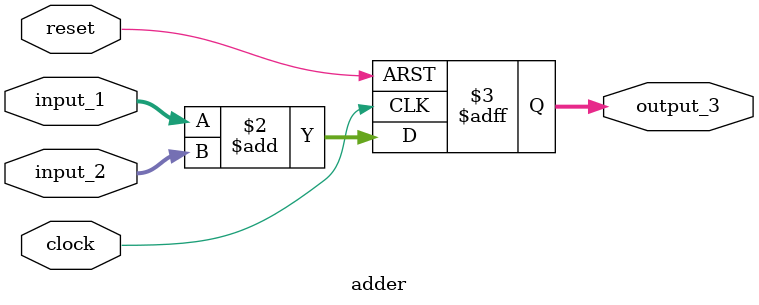
<source format=sv>

module adder(
  input clock,
  input reset,
  input [7:0] input_1,input_2,                 
  output reg [15:0] output_3
);


  
  always @(posedge clock or posedge reset) begin
    if(reset) begin
      output_3  <= 16'd0;
    end
    else begin
      output_3 <= input_1 + input_2;
    end
  end

endmodule

</source>
